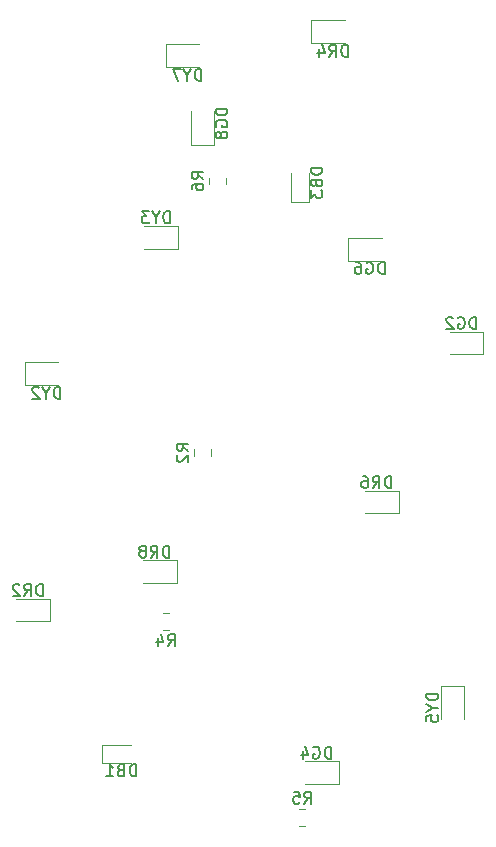
<source format=gbr>
%TF.GenerationSoftware,KiCad,Pcbnew,(5.1.6)-1*%
%TF.CreationDate,2021-10-19T11:47:46+02:00*%
%TF.ProjectId,_autosave-BaumOben,5f617574-6f73-4617-9665-2d4261756d4f,rev?*%
%TF.SameCoordinates,Original*%
%TF.FileFunction,Legend,Bot*%
%TF.FilePolarity,Positive*%
%FSLAX46Y46*%
G04 Gerber Fmt 4.6, Leading zero omitted, Abs format (unit mm)*
G04 Created by KiCad (PCBNEW (5.1.6)-1) date 2021-10-19 11:47:46*
%MOMM*%
%LPD*%
G01*
G04 APERTURE LIST*
%ADD10C,0.120000*%
%ADD11C,0.150000*%
G04 APERTURE END LIST*
D10*
%TO.C,R6*%
X98563500Y-79748748D02*
X98563500Y-80271252D01*
X97143500Y-79748748D02*
X97143500Y-80271252D01*
%TO.C,R5*%
X105290252Y-134631500D02*
X104767748Y-134631500D01*
X105290252Y-133211500D02*
X104767748Y-133211500D01*
%TO.C,R4*%
X93210748Y-116574500D02*
X93733252Y-116574500D01*
X93210748Y-117994500D02*
X93733252Y-117994500D01*
%TO.C,R2*%
X97293500Y-102744748D02*
X97293500Y-103267252D01*
X95873500Y-102744748D02*
X95873500Y-103267252D01*
%TO.C,DY7*%
X93453500Y-68445500D02*
X96313500Y-68445500D01*
X93453500Y-70365500D02*
X93453500Y-68445500D01*
X96313500Y-70365500D02*
X93453500Y-70365500D01*
%TO.C,DY5*%
X118689000Y-122727000D02*
X118689000Y-125587000D01*
X116769000Y-122727000D02*
X118689000Y-122727000D01*
X116769000Y-125587000D02*
X116769000Y-122727000D01*
%TO.C,DY3*%
X94506500Y-85732500D02*
X91646500Y-85732500D01*
X94506500Y-83812500D02*
X94506500Y-85732500D01*
X91646500Y-83812500D02*
X94506500Y-83812500D01*
%TO.C,DY2*%
X81515500Y-95369500D02*
X84375500Y-95369500D01*
X81515500Y-97289500D02*
X81515500Y-95369500D01*
X84375500Y-97289500D02*
X81515500Y-97289500D01*
%TO.C,DR8*%
X94379500Y-114053500D02*
X91519500Y-114053500D01*
X94379500Y-112133500D02*
X94379500Y-114053500D01*
X91519500Y-112133500D02*
X94379500Y-112133500D01*
%TO.C,DR6*%
X113175500Y-108148000D02*
X110315500Y-108148000D01*
X113175500Y-106228000D02*
X113175500Y-108148000D01*
X110315500Y-106228000D02*
X113175500Y-106228000D01*
%TO.C,DR4*%
X105772500Y-66413500D02*
X108632500Y-66413500D01*
X105772500Y-68333500D02*
X105772500Y-66413500D01*
X108632500Y-68333500D02*
X105772500Y-68333500D01*
%TO.C,DR2*%
X83648000Y-117292000D02*
X80788000Y-117292000D01*
X83648000Y-115372000D02*
X83648000Y-117292000D01*
X80788000Y-115372000D02*
X83648000Y-115372000D01*
%TO.C,DG8*%
X95623500Y-76980500D02*
X95623500Y-74120500D01*
X97543500Y-76980500D02*
X95623500Y-76980500D01*
X97543500Y-74120500D02*
X97543500Y-76980500D01*
%TO.C,DG6*%
X108884000Y-84828500D02*
X111744000Y-84828500D01*
X108884000Y-86748500D02*
X108884000Y-84828500D01*
X111744000Y-86748500D02*
X108884000Y-86748500D01*
%TO.C,DG4*%
X108095500Y-131071500D02*
X105235500Y-131071500D01*
X108095500Y-129151500D02*
X108095500Y-131071500D01*
X105235500Y-129151500D02*
X108095500Y-129151500D01*
%TO.C,DG2*%
X120360000Y-94686000D02*
X117500000Y-94686000D01*
X120360000Y-92766000D02*
X120360000Y-94686000D01*
X117500000Y-92766000D02*
X120360000Y-92766000D01*
%TO.C,DB3*%
X104103500Y-81797000D02*
X104103500Y-79337000D01*
X105573500Y-81797000D02*
X104103500Y-81797000D01*
X105573500Y-79337000D02*
X105573500Y-81797000D01*
%TO.C,DB1*%
X88065500Y-127789000D02*
X90525500Y-127789000D01*
X88065500Y-129259000D02*
X88065500Y-127789000D01*
X90525500Y-129259000D02*
X88065500Y-129259000D01*
%TO.C,R6*%
D11*
X96655880Y-79843333D02*
X96179690Y-79510000D01*
X96655880Y-79271904D02*
X95655880Y-79271904D01*
X95655880Y-79652857D01*
X95703500Y-79748095D01*
X95751119Y-79795714D01*
X95846357Y-79843333D01*
X95989214Y-79843333D01*
X96084452Y-79795714D01*
X96132071Y-79748095D01*
X96179690Y-79652857D01*
X96179690Y-79271904D01*
X95655880Y-80700476D02*
X95655880Y-80510000D01*
X95703500Y-80414761D01*
X95751119Y-80367142D01*
X95893976Y-80271904D01*
X96084452Y-80224285D01*
X96465404Y-80224285D01*
X96560642Y-80271904D01*
X96608261Y-80319523D01*
X96655880Y-80414761D01*
X96655880Y-80605238D01*
X96608261Y-80700476D01*
X96560642Y-80748095D01*
X96465404Y-80795714D01*
X96227309Y-80795714D01*
X96132071Y-80748095D01*
X96084452Y-80700476D01*
X96036833Y-80605238D01*
X96036833Y-80414761D01*
X96084452Y-80319523D01*
X96132071Y-80271904D01*
X96227309Y-80224285D01*
%TO.C,R5*%
X105195666Y-132723880D02*
X105529000Y-132247690D01*
X105767095Y-132723880D02*
X105767095Y-131723880D01*
X105386142Y-131723880D01*
X105290904Y-131771500D01*
X105243285Y-131819119D01*
X105195666Y-131914357D01*
X105195666Y-132057214D01*
X105243285Y-132152452D01*
X105290904Y-132200071D01*
X105386142Y-132247690D01*
X105767095Y-132247690D01*
X104290904Y-131723880D02*
X104767095Y-131723880D01*
X104814714Y-132200071D01*
X104767095Y-132152452D01*
X104671857Y-132104833D01*
X104433761Y-132104833D01*
X104338523Y-132152452D01*
X104290904Y-132200071D01*
X104243285Y-132295309D01*
X104243285Y-132533404D01*
X104290904Y-132628642D01*
X104338523Y-132676261D01*
X104433761Y-132723880D01*
X104671857Y-132723880D01*
X104767095Y-132676261D01*
X104814714Y-132628642D01*
%TO.C,R4*%
X93638666Y-119386880D02*
X93972000Y-118910690D01*
X94210095Y-119386880D02*
X94210095Y-118386880D01*
X93829142Y-118386880D01*
X93733904Y-118434500D01*
X93686285Y-118482119D01*
X93638666Y-118577357D01*
X93638666Y-118720214D01*
X93686285Y-118815452D01*
X93733904Y-118863071D01*
X93829142Y-118910690D01*
X94210095Y-118910690D01*
X92781523Y-118720214D02*
X92781523Y-119386880D01*
X93019619Y-118339261D02*
X93257714Y-119053547D01*
X92638666Y-119053547D01*
%TO.C,R2*%
X95385880Y-102839333D02*
X94909690Y-102506000D01*
X95385880Y-102267904D02*
X94385880Y-102267904D01*
X94385880Y-102648857D01*
X94433500Y-102744095D01*
X94481119Y-102791714D01*
X94576357Y-102839333D01*
X94719214Y-102839333D01*
X94814452Y-102791714D01*
X94862071Y-102744095D01*
X94909690Y-102648857D01*
X94909690Y-102267904D01*
X94481119Y-103220285D02*
X94433500Y-103267904D01*
X94385880Y-103363142D01*
X94385880Y-103601238D01*
X94433500Y-103696476D01*
X94481119Y-103744095D01*
X94576357Y-103791714D01*
X94671595Y-103791714D01*
X94814452Y-103744095D01*
X95385880Y-103172666D01*
X95385880Y-103791714D01*
%TO.C,DY7*%
X96480166Y-71507880D02*
X96480166Y-70507880D01*
X96242071Y-70507880D01*
X96099214Y-70555500D01*
X96003976Y-70650738D01*
X95956357Y-70745976D01*
X95908738Y-70936452D01*
X95908738Y-71079309D01*
X95956357Y-71269785D01*
X96003976Y-71365023D01*
X96099214Y-71460261D01*
X96242071Y-71507880D01*
X96480166Y-71507880D01*
X95289690Y-71031690D02*
X95289690Y-71507880D01*
X95623023Y-70507880D02*
X95289690Y-71031690D01*
X94956357Y-70507880D01*
X94718261Y-70507880D02*
X94051595Y-70507880D01*
X94480166Y-71507880D01*
%TO.C,DY5*%
X116531380Y-123420333D02*
X115531380Y-123420333D01*
X115531380Y-123658428D01*
X115579000Y-123801285D01*
X115674238Y-123896523D01*
X115769476Y-123944142D01*
X115959952Y-123991761D01*
X116102809Y-123991761D01*
X116293285Y-123944142D01*
X116388523Y-123896523D01*
X116483761Y-123801285D01*
X116531380Y-123658428D01*
X116531380Y-123420333D01*
X116055190Y-124610809D02*
X116531380Y-124610809D01*
X115531380Y-124277476D02*
X116055190Y-124610809D01*
X115531380Y-124944142D01*
X115531380Y-125753666D02*
X115531380Y-125277476D01*
X116007571Y-125229857D01*
X115959952Y-125277476D01*
X115912333Y-125372714D01*
X115912333Y-125610809D01*
X115959952Y-125706047D01*
X116007571Y-125753666D01*
X116102809Y-125801285D01*
X116340904Y-125801285D01*
X116436142Y-125753666D01*
X116483761Y-125706047D01*
X116531380Y-125610809D01*
X116531380Y-125372714D01*
X116483761Y-125277476D01*
X116436142Y-125229857D01*
%TO.C,DY3*%
X93813166Y-83574880D02*
X93813166Y-82574880D01*
X93575071Y-82574880D01*
X93432214Y-82622500D01*
X93336976Y-82717738D01*
X93289357Y-82812976D01*
X93241738Y-83003452D01*
X93241738Y-83146309D01*
X93289357Y-83336785D01*
X93336976Y-83432023D01*
X93432214Y-83527261D01*
X93575071Y-83574880D01*
X93813166Y-83574880D01*
X92622690Y-83098690D02*
X92622690Y-83574880D01*
X92956023Y-82574880D02*
X92622690Y-83098690D01*
X92289357Y-82574880D01*
X92051261Y-82574880D02*
X91432214Y-82574880D01*
X91765547Y-82955833D01*
X91622690Y-82955833D01*
X91527452Y-83003452D01*
X91479833Y-83051071D01*
X91432214Y-83146309D01*
X91432214Y-83384404D01*
X91479833Y-83479642D01*
X91527452Y-83527261D01*
X91622690Y-83574880D01*
X91908404Y-83574880D01*
X92003642Y-83527261D01*
X92051261Y-83479642D01*
%TO.C,DY2*%
X84542166Y-98431880D02*
X84542166Y-97431880D01*
X84304071Y-97431880D01*
X84161214Y-97479500D01*
X84065976Y-97574738D01*
X84018357Y-97669976D01*
X83970738Y-97860452D01*
X83970738Y-98003309D01*
X84018357Y-98193785D01*
X84065976Y-98289023D01*
X84161214Y-98384261D01*
X84304071Y-98431880D01*
X84542166Y-98431880D01*
X83351690Y-97955690D02*
X83351690Y-98431880D01*
X83685023Y-97431880D02*
X83351690Y-97955690D01*
X83018357Y-97431880D01*
X82732642Y-97527119D02*
X82685023Y-97479500D01*
X82589785Y-97431880D01*
X82351690Y-97431880D01*
X82256452Y-97479500D01*
X82208833Y-97527119D01*
X82161214Y-97622357D01*
X82161214Y-97717595D01*
X82208833Y-97860452D01*
X82780261Y-98431880D01*
X82161214Y-98431880D01*
%TO.C,DR8*%
X93757595Y-111895880D02*
X93757595Y-110895880D01*
X93519500Y-110895880D01*
X93376642Y-110943500D01*
X93281404Y-111038738D01*
X93233785Y-111133976D01*
X93186166Y-111324452D01*
X93186166Y-111467309D01*
X93233785Y-111657785D01*
X93281404Y-111753023D01*
X93376642Y-111848261D01*
X93519500Y-111895880D01*
X93757595Y-111895880D01*
X92186166Y-111895880D02*
X92519500Y-111419690D01*
X92757595Y-111895880D02*
X92757595Y-110895880D01*
X92376642Y-110895880D01*
X92281404Y-110943500D01*
X92233785Y-110991119D01*
X92186166Y-111086357D01*
X92186166Y-111229214D01*
X92233785Y-111324452D01*
X92281404Y-111372071D01*
X92376642Y-111419690D01*
X92757595Y-111419690D01*
X91614738Y-111324452D02*
X91709976Y-111276833D01*
X91757595Y-111229214D01*
X91805214Y-111133976D01*
X91805214Y-111086357D01*
X91757595Y-110991119D01*
X91709976Y-110943500D01*
X91614738Y-110895880D01*
X91424261Y-110895880D01*
X91329023Y-110943500D01*
X91281404Y-110991119D01*
X91233785Y-111086357D01*
X91233785Y-111133976D01*
X91281404Y-111229214D01*
X91329023Y-111276833D01*
X91424261Y-111324452D01*
X91614738Y-111324452D01*
X91709976Y-111372071D01*
X91757595Y-111419690D01*
X91805214Y-111514928D01*
X91805214Y-111705404D01*
X91757595Y-111800642D01*
X91709976Y-111848261D01*
X91614738Y-111895880D01*
X91424261Y-111895880D01*
X91329023Y-111848261D01*
X91281404Y-111800642D01*
X91233785Y-111705404D01*
X91233785Y-111514928D01*
X91281404Y-111419690D01*
X91329023Y-111372071D01*
X91424261Y-111324452D01*
%TO.C,DR6*%
X112553595Y-105990380D02*
X112553595Y-104990380D01*
X112315500Y-104990380D01*
X112172642Y-105038000D01*
X112077404Y-105133238D01*
X112029785Y-105228476D01*
X111982166Y-105418952D01*
X111982166Y-105561809D01*
X112029785Y-105752285D01*
X112077404Y-105847523D01*
X112172642Y-105942761D01*
X112315500Y-105990380D01*
X112553595Y-105990380D01*
X110982166Y-105990380D02*
X111315500Y-105514190D01*
X111553595Y-105990380D02*
X111553595Y-104990380D01*
X111172642Y-104990380D01*
X111077404Y-105038000D01*
X111029785Y-105085619D01*
X110982166Y-105180857D01*
X110982166Y-105323714D01*
X111029785Y-105418952D01*
X111077404Y-105466571D01*
X111172642Y-105514190D01*
X111553595Y-105514190D01*
X110125023Y-104990380D02*
X110315500Y-104990380D01*
X110410738Y-105038000D01*
X110458357Y-105085619D01*
X110553595Y-105228476D01*
X110601214Y-105418952D01*
X110601214Y-105799904D01*
X110553595Y-105895142D01*
X110505976Y-105942761D01*
X110410738Y-105990380D01*
X110220261Y-105990380D01*
X110125023Y-105942761D01*
X110077404Y-105895142D01*
X110029785Y-105799904D01*
X110029785Y-105561809D01*
X110077404Y-105466571D01*
X110125023Y-105418952D01*
X110220261Y-105371333D01*
X110410738Y-105371333D01*
X110505976Y-105418952D01*
X110553595Y-105466571D01*
X110601214Y-105561809D01*
%TO.C,DR4*%
X108870595Y-69475880D02*
X108870595Y-68475880D01*
X108632500Y-68475880D01*
X108489642Y-68523500D01*
X108394404Y-68618738D01*
X108346785Y-68713976D01*
X108299166Y-68904452D01*
X108299166Y-69047309D01*
X108346785Y-69237785D01*
X108394404Y-69333023D01*
X108489642Y-69428261D01*
X108632500Y-69475880D01*
X108870595Y-69475880D01*
X107299166Y-69475880D02*
X107632500Y-68999690D01*
X107870595Y-69475880D02*
X107870595Y-68475880D01*
X107489642Y-68475880D01*
X107394404Y-68523500D01*
X107346785Y-68571119D01*
X107299166Y-68666357D01*
X107299166Y-68809214D01*
X107346785Y-68904452D01*
X107394404Y-68952071D01*
X107489642Y-68999690D01*
X107870595Y-68999690D01*
X106442023Y-68809214D02*
X106442023Y-69475880D01*
X106680119Y-68428261D02*
X106918214Y-69142547D01*
X106299166Y-69142547D01*
%TO.C,DR2*%
X83026095Y-115134380D02*
X83026095Y-114134380D01*
X82788000Y-114134380D01*
X82645142Y-114182000D01*
X82549904Y-114277238D01*
X82502285Y-114372476D01*
X82454666Y-114562952D01*
X82454666Y-114705809D01*
X82502285Y-114896285D01*
X82549904Y-114991523D01*
X82645142Y-115086761D01*
X82788000Y-115134380D01*
X83026095Y-115134380D01*
X81454666Y-115134380D02*
X81788000Y-114658190D01*
X82026095Y-115134380D02*
X82026095Y-114134380D01*
X81645142Y-114134380D01*
X81549904Y-114182000D01*
X81502285Y-114229619D01*
X81454666Y-114324857D01*
X81454666Y-114467714D01*
X81502285Y-114562952D01*
X81549904Y-114610571D01*
X81645142Y-114658190D01*
X82026095Y-114658190D01*
X81073714Y-114229619D02*
X81026095Y-114182000D01*
X80930857Y-114134380D01*
X80692761Y-114134380D01*
X80597523Y-114182000D01*
X80549904Y-114229619D01*
X80502285Y-114324857D01*
X80502285Y-114420095D01*
X80549904Y-114562952D01*
X81121333Y-115134380D01*
X80502285Y-115134380D01*
%TO.C,DG8*%
X98685880Y-73882404D02*
X97685880Y-73882404D01*
X97685880Y-74120500D01*
X97733500Y-74263357D01*
X97828738Y-74358595D01*
X97923976Y-74406214D01*
X98114452Y-74453833D01*
X98257309Y-74453833D01*
X98447785Y-74406214D01*
X98543023Y-74358595D01*
X98638261Y-74263357D01*
X98685880Y-74120500D01*
X98685880Y-73882404D01*
X97733500Y-75406214D02*
X97685880Y-75310976D01*
X97685880Y-75168119D01*
X97733500Y-75025261D01*
X97828738Y-74930023D01*
X97923976Y-74882404D01*
X98114452Y-74834785D01*
X98257309Y-74834785D01*
X98447785Y-74882404D01*
X98543023Y-74930023D01*
X98638261Y-75025261D01*
X98685880Y-75168119D01*
X98685880Y-75263357D01*
X98638261Y-75406214D01*
X98590642Y-75453833D01*
X98257309Y-75453833D01*
X98257309Y-75263357D01*
X98114452Y-76025261D02*
X98066833Y-75930023D01*
X98019214Y-75882404D01*
X97923976Y-75834785D01*
X97876357Y-75834785D01*
X97781119Y-75882404D01*
X97733500Y-75930023D01*
X97685880Y-76025261D01*
X97685880Y-76215738D01*
X97733500Y-76310976D01*
X97781119Y-76358595D01*
X97876357Y-76406214D01*
X97923976Y-76406214D01*
X98019214Y-76358595D01*
X98066833Y-76310976D01*
X98114452Y-76215738D01*
X98114452Y-76025261D01*
X98162071Y-75930023D01*
X98209690Y-75882404D01*
X98304928Y-75834785D01*
X98495404Y-75834785D01*
X98590642Y-75882404D01*
X98638261Y-75930023D01*
X98685880Y-76025261D01*
X98685880Y-76215738D01*
X98638261Y-76310976D01*
X98590642Y-76358595D01*
X98495404Y-76406214D01*
X98304928Y-76406214D01*
X98209690Y-76358595D01*
X98162071Y-76310976D01*
X98114452Y-76215738D01*
%TO.C,DG6*%
X111982095Y-87890880D02*
X111982095Y-86890880D01*
X111744000Y-86890880D01*
X111601142Y-86938500D01*
X111505904Y-87033738D01*
X111458285Y-87128976D01*
X111410666Y-87319452D01*
X111410666Y-87462309D01*
X111458285Y-87652785D01*
X111505904Y-87748023D01*
X111601142Y-87843261D01*
X111744000Y-87890880D01*
X111982095Y-87890880D01*
X110458285Y-86938500D02*
X110553523Y-86890880D01*
X110696380Y-86890880D01*
X110839238Y-86938500D01*
X110934476Y-87033738D01*
X110982095Y-87128976D01*
X111029714Y-87319452D01*
X111029714Y-87462309D01*
X110982095Y-87652785D01*
X110934476Y-87748023D01*
X110839238Y-87843261D01*
X110696380Y-87890880D01*
X110601142Y-87890880D01*
X110458285Y-87843261D01*
X110410666Y-87795642D01*
X110410666Y-87462309D01*
X110601142Y-87462309D01*
X109553523Y-86890880D02*
X109744000Y-86890880D01*
X109839238Y-86938500D01*
X109886857Y-86986119D01*
X109982095Y-87128976D01*
X110029714Y-87319452D01*
X110029714Y-87700404D01*
X109982095Y-87795642D01*
X109934476Y-87843261D01*
X109839238Y-87890880D01*
X109648761Y-87890880D01*
X109553523Y-87843261D01*
X109505904Y-87795642D01*
X109458285Y-87700404D01*
X109458285Y-87462309D01*
X109505904Y-87367071D01*
X109553523Y-87319452D01*
X109648761Y-87271833D01*
X109839238Y-87271833D01*
X109934476Y-87319452D01*
X109982095Y-87367071D01*
X110029714Y-87462309D01*
%TO.C,DG4*%
X107473595Y-128913880D02*
X107473595Y-127913880D01*
X107235500Y-127913880D01*
X107092642Y-127961500D01*
X106997404Y-128056738D01*
X106949785Y-128151976D01*
X106902166Y-128342452D01*
X106902166Y-128485309D01*
X106949785Y-128675785D01*
X106997404Y-128771023D01*
X107092642Y-128866261D01*
X107235500Y-128913880D01*
X107473595Y-128913880D01*
X105949785Y-127961500D02*
X106045023Y-127913880D01*
X106187880Y-127913880D01*
X106330738Y-127961500D01*
X106425976Y-128056738D01*
X106473595Y-128151976D01*
X106521214Y-128342452D01*
X106521214Y-128485309D01*
X106473595Y-128675785D01*
X106425976Y-128771023D01*
X106330738Y-128866261D01*
X106187880Y-128913880D01*
X106092642Y-128913880D01*
X105949785Y-128866261D01*
X105902166Y-128818642D01*
X105902166Y-128485309D01*
X106092642Y-128485309D01*
X105045023Y-128247214D02*
X105045023Y-128913880D01*
X105283119Y-127866261D02*
X105521214Y-128580547D01*
X104902166Y-128580547D01*
%TO.C,DG2*%
X119738095Y-92528380D02*
X119738095Y-91528380D01*
X119500000Y-91528380D01*
X119357142Y-91576000D01*
X119261904Y-91671238D01*
X119214285Y-91766476D01*
X119166666Y-91956952D01*
X119166666Y-92099809D01*
X119214285Y-92290285D01*
X119261904Y-92385523D01*
X119357142Y-92480761D01*
X119500000Y-92528380D01*
X119738095Y-92528380D01*
X118214285Y-91576000D02*
X118309523Y-91528380D01*
X118452380Y-91528380D01*
X118595238Y-91576000D01*
X118690476Y-91671238D01*
X118738095Y-91766476D01*
X118785714Y-91956952D01*
X118785714Y-92099809D01*
X118738095Y-92290285D01*
X118690476Y-92385523D01*
X118595238Y-92480761D01*
X118452380Y-92528380D01*
X118357142Y-92528380D01*
X118214285Y-92480761D01*
X118166666Y-92433142D01*
X118166666Y-92099809D01*
X118357142Y-92099809D01*
X117785714Y-91623619D02*
X117738095Y-91576000D01*
X117642857Y-91528380D01*
X117404761Y-91528380D01*
X117309523Y-91576000D01*
X117261904Y-91623619D01*
X117214285Y-91718857D01*
X117214285Y-91814095D01*
X117261904Y-91956952D01*
X117833333Y-92528380D01*
X117214285Y-92528380D01*
%TO.C,DB3*%
X106720880Y-78898904D02*
X105720880Y-78898904D01*
X105720880Y-79137000D01*
X105768500Y-79279857D01*
X105863738Y-79375095D01*
X105958976Y-79422714D01*
X106149452Y-79470333D01*
X106292309Y-79470333D01*
X106482785Y-79422714D01*
X106578023Y-79375095D01*
X106673261Y-79279857D01*
X106720880Y-79137000D01*
X106720880Y-78898904D01*
X106197071Y-80232238D02*
X106244690Y-80375095D01*
X106292309Y-80422714D01*
X106387547Y-80470333D01*
X106530404Y-80470333D01*
X106625642Y-80422714D01*
X106673261Y-80375095D01*
X106720880Y-80279857D01*
X106720880Y-79898904D01*
X105720880Y-79898904D01*
X105720880Y-80232238D01*
X105768500Y-80327476D01*
X105816119Y-80375095D01*
X105911357Y-80422714D01*
X106006595Y-80422714D01*
X106101833Y-80375095D01*
X106149452Y-80327476D01*
X106197071Y-80232238D01*
X106197071Y-79898904D01*
X105720880Y-80803666D02*
X105720880Y-81422714D01*
X106101833Y-81089380D01*
X106101833Y-81232238D01*
X106149452Y-81327476D01*
X106197071Y-81375095D01*
X106292309Y-81422714D01*
X106530404Y-81422714D01*
X106625642Y-81375095D01*
X106673261Y-81327476D01*
X106720880Y-81232238D01*
X106720880Y-80946523D01*
X106673261Y-80851285D01*
X106625642Y-80803666D01*
%TO.C,DB1*%
X90963595Y-130406380D02*
X90963595Y-129406380D01*
X90725500Y-129406380D01*
X90582642Y-129454000D01*
X90487404Y-129549238D01*
X90439785Y-129644476D01*
X90392166Y-129834952D01*
X90392166Y-129977809D01*
X90439785Y-130168285D01*
X90487404Y-130263523D01*
X90582642Y-130358761D01*
X90725500Y-130406380D01*
X90963595Y-130406380D01*
X89630261Y-129882571D02*
X89487404Y-129930190D01*
X89439785Y-129977809D01*
X89392166Y-130073047D01*
X89392166Y-130215904D01*
X89439785Y-130311142D01*
X89487404Y-130358761D01*
X89582642Y-130406380D01*
X89963595Y-130406380D01*
X89963595Y-129406380D01*
X89630261Y-129406380D01*
X89535023Y-129454000D01*
X89487404Y-129501619D01*
X89439785Y-129596857D01*
X89439785Y-129692095D01*
X89487404Y-129787333D01*
X89535023Y-129834952D01*
X89630261Y-129882571D01*
X89963595Y-129882571D01*
X88439785Y-130406380D02*
X89011214Y-130406380D01*
X88725500Y-130406380D02*
X88725500Y-129406380D01*
X88820738Y-129549238D01*
X88915976Y-129644476D01*
X89011214Y-129692095D01*
%TD*%
M02*

</source>
